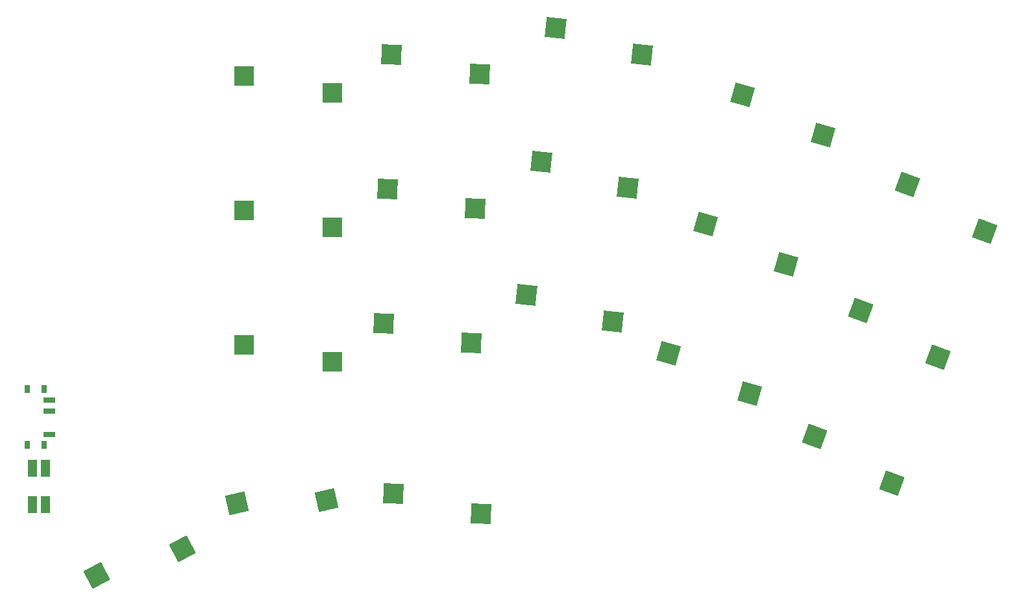
<source format=gbr>
%TF.GenerationSoftware,KiCad,Pcbnew,8.0.4*%
%TF.CreationDate,2024-07-27T19:19:30+05:00*%
%TF.ProjectId,BUBA_v1,42554241-5f76-4312-9e6b-696361645f70,v1.0.0*%
%TF.SameCoordinates,Original*%
%TF.FileFunction,Paste,Bot*%
%TF.FilePolarity,Positive*%
%FSLAX46Y46*%
G04 Gerber Fmt 4.6, Leading zero omitted, Abs format (unit mm)*
G04 Created by KiCad (PCBNEW 8.0.4) date 2024-07-27 19:19:30*
%MOMM*%
%LPD*%
G01*
G04 APERTURE LIST*
G04 Aperture macros list*
%AMRotRect*
0 Rectangle, with rotation*
0 The origin of the aperture is its center*
0 $1 length*
0 $2 width*
0 $3 Rotation angle, in degrees counterclockwise*
0 Add horizontal line*
21,1,$1,$2,0,0,$3*%
G04 Aperture macros list end*
%ADD10RotRect,2.600000X2.600000X344.100000*%
%ADD11RotRect,2.600000X2.600000X358.300000*%
%ADD12R,1.200000X2.250000*%
%ADD13RotRect,2.600000X2.600000X28.000000*%
%ADD14R,2.600000X2.600000*%
%ADD15RotRect,2.600000X2.600000X358.000000*%
%ADD16R,0.800000X1.000000*%
%ADD17R,1.500000X0.700000*%
%ADD18RotRect,2.600000X2.600000X13.000000*%
%ADD19RotRect,2.600000X2.600000X353.800000*%
%ADD20RotRect,2.600000X2.600000X339.800000*%
G04 APERTURE END LIST*
D10*
%TO.C,S11*%
X161312587Y-77752404D03*
X171817989Y-83032465D03*
%TD*%
D11*
%TO.C,S5*%
X119803810Y-73196405D03*
X131283461Y-75738081D03*
%TD*%
D12*
%TO.C,RST1*%
X73481695Y-114308242D03*
X73481695Y-109558242D03*
X75181694Y-114308241D03*
X75181694Y-109558243D03*
%TD*%
D13*
%TO.C,S17*%
X81870642Y-123576296D03*
X93101524Y-120096385D03*
%TD*%
D11*
%TO.C,S6*%
X120322966Y-55704108D03*
X131802617Y-58245784D03*
%TD*%
D14*
%TO.C,S1*%
X101106697Y-93483241D03*
X112656697Y-95683242D03*
%TD*%
D15*
%TO.C,S18*%
X120541994Y-112908455D03*
X132008179Y-115510206D03*
%TD*%
D14*
%TO.C,S3*%
X101106694Y-58483241D03*
X112656694Y-60683242D03*
%TD*%
D16*
%TO.C,*%
X75061697Y-99283242D03*
X72851697Y-99283242D03*
X75061697Y-106583242D03*
X72851697Y-106583242D03*
D17*
X75711697Y-105183242D03*
X75711697Y-102183242D03*
X75711697Y-100683242D03*
%TD*%
D18*
%TO.C,S16*%
X100152175Y-114172454D03*
X111901041Y-113717883D03*
%TD*%
D19*
%TO.C,S7*%
X137979146Y-87003063D03*
X149223993Y-90437587D03*
%TD*%
D20*
%TO.C,S13*%
X175516348Y-105475497D03*
X185596287Y-111528376D03*
%TD*%
D19*
%TO.C,S8*%
X139869134Y-69605421D03*
X151113981Y-73039945D03*
%TD*%
D20*
%TO.C,S14*%
X181559065Y-89051872D03*
X191639004Y-95104751D03*
%TD*%
D10*
%TO.C,S12*%
X166106872Y-60921930D03*
X176612274Y-66201991D03*
%TD*%
D19*
%TO.C,S9*%
X141759120Y-52207782D03*
X153003967Y-55642306D03*
%TD*%
D20*
%TO.C,S15*%
X187601784Y-72628243D03*
X197681723Y-78681122D03*
%TD*%
D11*
%TO.C,S4*%
X119284648Y-90688702D03*
X130764299Y-93230378D03*
%TD*%
D10*
%TO.C,S10*%
X156518299Y-94582873D03*
X167023701Y-99862934D03*
%TD*%
D14*
%TO.C,S2*%
X101106696Y-75983242D03*
X112656696Y-78183243D03*
%TD*%
M02*

</source>
